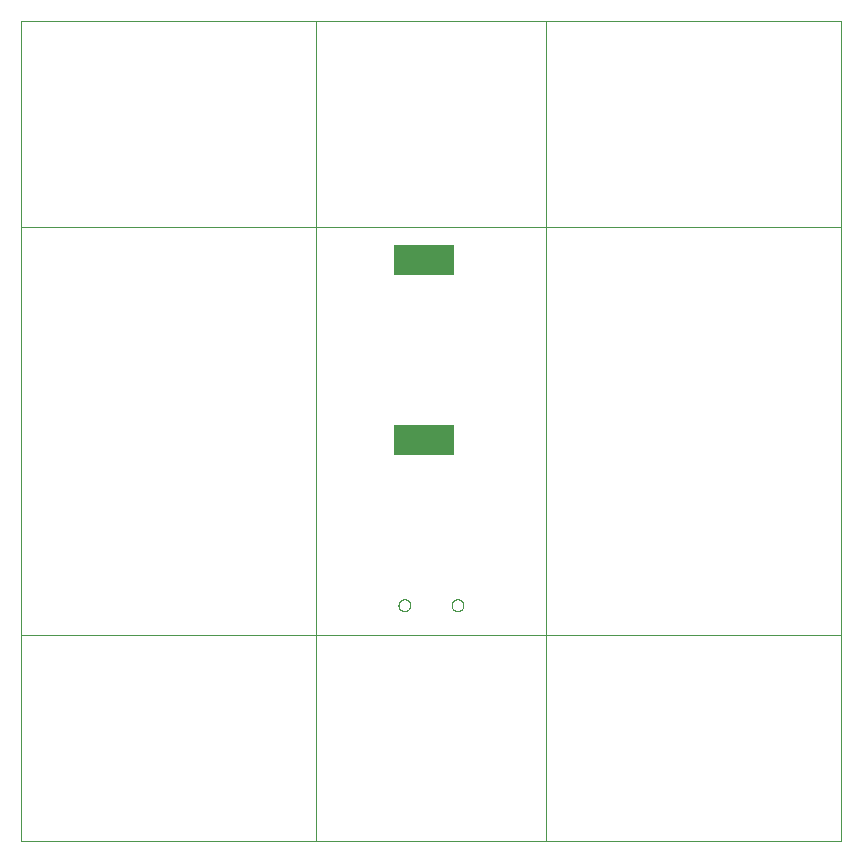
<source format=gbp>
G75*
%MOIN*%
%OFA0B0*%
%FSLAX25Y25*%
%IPPOS*%
%LPD*%
%AMOC8*
5,1,8,0,0,1.08239X$1,22.5*
%
%ADD10C,0.00000*%
%ADD11R,0.20000X0.10000*%
D10*
X0001000Y0001000D02*
X0001000Y0274622D01*
X0274622Y0274622D01*
X0274622Y0001000D01*
X0001000Y0001000D01*
X0001000Y0069898D02*
X0274622Y0069898D01*
X0176197Y0001000D02*
X0176197Y0274622D01*
X0099425Y0274622D02*
X0099425Y0001000D01*
X0126984Y0079740D02*
X0126986Y0079828D01*
X0126992Y0079916D01*
X0127002Y0080004D01*
X0127016Y0080092D01*
X0127033Y0080178D01*
X0127055Y0080264D01*
X0127080Y0080348D01*
X0127110Y0080432D01*
X0127142Y0080514D01*
X0127179Y0080594D01*
X0127219Y0080673D01*
X0127263Y0080750D01*
X0127310Y0080825D01*
X0127360Y0080897D01*
X0127414Y0080968D01*
X0127470Y0081035D01*
X0127530Y0081101D01*
X0127592Y0081163D01*
X0127658Y0081223D01*
X0127725Y0081279D01*
X0127796Y0081333D01*
X0127868Y0081383D01*
X0127943Y0081430D01*
X0128020Y0081474D01*
X0128099Y0081514D01*
X0128179Y0081551D01*
X0128261Y0081583D01*
X0128345Y0081613D01*
X0128429Y0081638D01*
X0128515Y0081660D01*
X0128601Y0081677D01*
X0128689Y0081691D01*
X0128777Y0081701D01*
X0128865Y0081707D01*
X0128953Y0081709D01*
X0129041Y0081707D01*
X0129129Y0081701D01*
X0129217Y0081691D01*
X0129305Y0081677D01*
X0129391Y0081660D01*
X0129477Y0081638D01*
X0129561Y0081613D01*
X0129645Y0081583D01*
X0129727Y0081551D01*
X0129807Y0081514D01*
X0129886Y0081474D01*
X0129963Y0081430D01*
X0130038Y0081383D01*
X0130110Y0081333D01*
X0130181Y0081279D01*
X0130248Y0081223D01*
X0130314Y0081163D01*
X0130376Y0081101D01*
X0130436Y0081035D01*
X0130492Y0080968D01*
X0130546Y0080897D01*
X0130596Y0080825D01*
X0130643Y0080750D01*
X0130687Y0080673D01*
X0130727Y0080594D01*
X0130764Y0080514D01*
X0130796Y0080432D01*
X0130826Y0080348D01*
X0130851Y0080264D01*
X0130873Y0080178D01*
X0130890Y0080092D01*
X0130904Y0080004D01*
X0130914Y0079916D01*
X0130920Y0079828D01*
X0130922Y0079740D01*
X0130920Y0079652D01*
X0130914Y0079564D01*
X0130904Y0079476D01*
X0130890Y0079388D01*
X0130873Y0079302D01*
X0130851Y0079216D01*
X0130826Y0079132D01*
X0130796Y0079048D01*
X0130764Y0078966D01*
X0130727Y0078886D01*
X0130687Y0078807D01*
X0130643Y0078730D01*
X0130596Y0078655D01*
X0130546Y0078583D01*
X0130492Y0078512D01*
X0130436Y0078445D01*
X0130376Y0078379D01*
X0130314Y0078317D01*
X0130248Y0078257D01*
X0130181Y0078201D01*
X0130110Y0078147D01*
X0130038Y0078097D01*
X0129963Y0078050D01*
X0129886Y0078006D01*
X0129807Y0077966D01*
X0129727Y0077929D01*
X0129645Y0077897D01*
X0129561Y0077867D01*
X0129477Y0077842D01*
X0129391Y0077820D01*
X0129305Y0077803D01*
X0129217Y0077789D01*
X0129129Y0077779D01*
X0129041Y0077773D01*
X0128953Y0077771D01*
X0128865Y0077773D01*
X0128777Y0077779D01*
X0128689Y0077789D01*
X0128601Y0077803D01*
X0128515Y0077820D01*
X0128429Y0077842D01*
X0128345Y0077867D01*
X0128261Y0077897D01*
X0128179Y0077929D01*
X0128099Y0077966D01*
X0128020Y0078006D01*
X0127943Y0078050D01*
X0127868Y0078097D01*
X0127796Y0078147D01*
X0127725Y0078201D01*
X0127658Y0078257D01*
X0127592Y0078317D01*
X0127530Y0078379D01*
X0127470Y0078445D01*
X0127414Y0078512D01*
X0127360Y0078583D01*
X0127310Y0078655D01*
X0127263Y0078730D01*
X0127219Y0078807D01*
X0127179Y0078886D01*
X0127142Y0078966D01*
X0127110Y0079048D01*
X0127080Y0079132D01*
X0127055Y0079216D01*
X0127033Y0079302D01*
X0127016Y0079388D01*
X0127002Y0079476D01*
X0126992Y0079564D01*
X0126986Y0079652D01*
X0126984Y0079740D01*
X0144700Y0079740D02*
X0144702Y0079828D01*
X0144708Y0079916D01*
X0144718Y0080004D01*
X0144732Y0080092D01*
X0144749Y0080178D01*
X0144771Y0080264D01*
X0144796Y0080348D01*
X0144826Y0080432D01*
X0144858Y0080514D01*
X0144895Y0080594D01*
X0144935Y0080673D01*
X0144979Y0080750D01*
X0145026Y0080825D01*
X0145076Y0080897D01*
X0145130Y0080968D01*
X0145186Y0081035D01*
X0145246Y0081101D01*
X0145308Y0081163D01*
X0145374Y0081223D01*
X0145441Y0081279D01*
X0145512Y0081333D01*
X0145584Y0081383D01*
X0145659Y0081430D01*
X0145736Y0081474D01*
X0145815Y0081514D01*
X0145895Y0081551D01*
X0145977Y0081583D01*
X0146061Y0081613D01*
X0146145Y0081638D01*
X0146231Y0081660D01*
X0146317Y0081677D01*
X0146405Y0081691D01*
X0146493Y0081701D01*
X0146581Y0081707D01*
X0146669Y0081709D01*
X0146757Y0081707D01*
X0146845Y0081701D01*
X0146933Y0081691D01*
X0147021Y0081677D01*
X0147107Y0081660D01*
X0147193Y0081638D01*
X0147277Y0081613D01*
X0147361Y0081583D01*
X0147443Y0081551D01*
X0147523Y0081514D01*
X0147602Y0081474D01*
X0147679Y0081430D01*
X0147754Y0081383D01*
X0147826Y0081333D01*
X0147897Y0081279D01*
X0147964Y0081223D01*
X0148030Y0081163D01*
X0148092Y0081101D01*
X0148152Y0081035D01*
X0148208Y0080968D01*
X0148262Y0080897D01*
X0148312Y0080825D01*
X0148359Y0080750D01*
X0148403Y0080673D01*
X0148443Y0080594D01*
X0148480Y0080514D01*
X0148512Y0080432D01*
X0148542Y0080348D01*
X0148567Y0080264D01*
X0148589Y0080178D01*
X0148606Y0080092D01*
X0148620Y0080004D01*
X0148630Y0079916D01*
X0148636Y0079828D01*
X0148638Y0079740D01*
X0148636Y0079652D01*
X0148630Y0079564D01*
X0148620Y0079476D01*
X0148606Y0079388D01*
X0148589Y0079302D01*
X0148567Y0079216D01*
X0148542Y0079132D01*
X0148512Y0079048D01*
X0148480Y0078966D01*
X0148443Y0078886D01*
X0148403Y0078807D01*
X0148359Y0078730D01*
X0148312Y0078655D01*
X0148262Y0078583D01*
X0148208Y0078512D01*
X0148152Y0078445D01*
X0148092Y0078379D01*
X0148030Y0078317D01*
X0147964Y0078257D01*
X0147897Y0078201D01*
X0147826Y0078147D01*
X0147754Y0078097D01*
X0147679Y0078050D01*
X0147602Y0078006D01*
X0147523Y0077966D01*
X0147443Y0077929D01*
X0147361Y0077897D01*
X0147277Y0077867D01*
X0147193Y0077842D01*
X0147107Y0077820D01*
X0147021Y0077803D01*
X0146933Y0077789D01*
X0146845Y0077779D01*
X0146757Y0077773D01*
X0146669Y0077771D01*
X0146581Y0077773D01*
X0146493Y0077779D01*
X0146405Y0077789D01*
X0146317Y0077803D01*
X0146231Y0077820D01*
X0146145Y0077842D01*
X0146061Y0077867D01*
X0145977Y0077897D01*
X0145895Y0077929D01*
X0145815Y0077966D01*
X0145736Y0078006D01*
X0145659Y0078050D01*
X0145584Y0078097D01*
X0145512Y0078147D01*
X0145441Y0078201D01*
X0145374Y0078257D01*
X0145308Y0078317D01*
X0145246Y0078379D01*
X0145186Y0078445D01*
X0145130Y0078512D01*
X0145076Y0078583D01*
X0145026Y0078655D01*
X0144979Y0078730D01*
X0144935Y0078807D01*
X0144895Y0078886D01*
X0144858Y0078966D01*
X0144826Y0079048D01*
X0144796Y0079132D01*
X0144771Y0079216D01*
X0144749Y0079302D01*
X0144732Y0079388D01*
X0144718Y0079476D01*
X0144708Y0079564D01*
X0144702Y0079652D01*
X0144700Y0079740D01*
X0274622Y0205724D02*
X0001000Y0205724D01*
D11*
X0135646Y0194780D03*
X0135646Y0134780D03*
M02*

</source>
